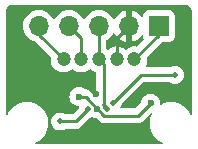
<source format=gbr>
%TF.GenerationSoftware,KiCad,Pcbnew,8.0.6-8.0.6-0~ubuntu24.04.1*%
%TF.CreationDate,2024-11-07T20:05:32-08:00*%
%TF.ProjectId,uSlime_BNO085_Module,75536c69-6d65-45f4-924e-4f3038355f4d,rev?*%
%TF.SameCoordinates,Original*%
%TF.FileFunction,Copper,L2,Bot*%
%TF.FilePolarity,Positive*%
%FSLAX46Y46*%
G04 Gerber Fmt 4.6, Leading zero omitted, Abs format (unit mm)*
G04 Created by KiCad (PCBNEW 8.0.6-8.0.6-0~ubuntu24.04.1) date 2024-11-07 20:05:32*
%MOMM*%
%LPD*%
G01*
G04 APERTURE LIST*
%TA.AperFunction,ComponentPad*%
%ADD10R,1.700000X1.700000*%
%TD*%
%TA.AperFunction,ComponentPad*%
%ADD11O,1.700000X1.700000*%
%TD*%
%TA.AperFunction,ComponentPad*%
%ADD12C,1.200000*%
%TD*%
%TA.AperFunction,ViaPad*%
%ADD13C,0.600000*%
%TD*%
%TA.AperFunction,ViaPad*%
%ADD14C,0.500000*%
%TD*%
%TA.AperFunction,Conductor*%
%ADD15C,0.254000*%
%TD*%
G04 APERTURE END LIST*
D10*
%TO.P,J1,1,Pin_1*%
%TO.N,BNO_SCL*%
X13425000Y-2300000D03*
D11*
%TO.P,J1,2,Pin_2*%
%TO.N,GND*%
X10885000Y-2300000D03*
%TO.P,J1,3,Pin_3*%
%TO.N,BNO_INT2*%
X8345000Y-2300000D03*
%TO.P,J1,4,Pin_4*%
%TO.N,+3.3V*%
X5805000Y-2300000D03*
%TO.P,J1,5,Pin_5*%
%TO.N,BNO_SDA*%
X3265000Y-2300000D03*
%TD*%
D12*
%TO.P,CN1,1,1*%
%TO.N,BNO_SCL*%
X11355000Y-5150000D03*
%TO.P,CN1,2,2*%
%TO.N,GND*%
X9855000Y-5150000D03*
%TO.P,CN1,3,3*%
%TO.N,BNO_INT2*%
X8355000Y-5150000D03*
%TO.P,CN1,4,4*%
%TO.N,+3.3V*%
X6855000Y-5150000D03*
%TO.P,CN1,5,5*%
%TO.N,BNO_SDA*%
X5355000Y-5150000D03*
%TD*%
D13*
%TO.N,GND*%
X8102600Y-8050000D03*
X5400000Y-6450000D03*
%TO.N,+3.3V*%
X12718845Y-8857751D03*
X6646972Y-8301535D03*
X8222180Y-9338431D03*
D14*
%TO.N,BNO_INT2*%
X9049182Y-9318268D03*
%TO.N,Net-(JP1-C)*%
X14800000Y-6450000D03*
X9523070Y-8803070D03*
%TO.N,Net-(U1-CAP)*%
X7420429Y-9361676D03*
X5050000Y-10400000D03*
%TD*%
D15*
%TO.N,GND*%
X9855000Y-5150000D02*
X9855000Y-3330000D01*
X9855000Y-3330000D02*
X10885000Y-2300000D01*
%TO.N,BNO_SCL*%
X13425000Y-3080000D02*
X13425000Y-2300000D01*
X11355000Y-5150000D02*
X13425000Y-3080000D01*
%TO.N,BNO_SDA*%
X5355000Y-5150000D02*
X3265000Y-3060000D01*
X3265000Y-3060000D02*
X3265000Y-2300000D01*
%TO.N,+3.3V*%
X6855000Y-3350000D02*
X5805000Y-2300000D01*
X8810180Y-9895268D02*
X11681328Y-9895268D01*
X7216447Y-8301535D02*
X8810180Y-9895268D01*
X6646972Y-8301535D02*
X7216447Y-8301535D01*
X11681328Y-9895268D02*
X12718845Y-8857751D01*
X6855000Y-5150000D02*
X6855000Y-3350000D01*
%TO.N,BNO_INT2*%
X8355000Y-5150000D02*
X8355000Y-2310000D01*
X8355000Y-2310000D02*
X8345000Y-2300000D01*
X9049182Y-9299182D02*
X8750000Y-9000000D01*
X8750000Y-5545000D02*
X8355000Y-5150000D01*
X9049182Y-9318268D02*
X9049182Y-9299182D01*
X8750000Y-9000000D02*
X8750000Y-5545000D01*
%TO.N,Net-(JP1-C)*%
X11876140Y-6450000D02*
X14800000Y-6450000D01*
X9523070Y-8803070D02*
X11876140Y-6450000D01*
%TO.N,Net-(U1-CAP)*%
X7420429Y-9361676D02*
X6382105Y-10400000D01*
X6382105Y-10400000D02*
X5050000Y-10400000D01*
%TD*%
%TA.AperFunction,Conductor*%
%TO.N,GND*%
G36*
X15630632Y-507573D02*
G01*
X15631149Y-507607D01*
X15634100Y-507607D01*
X15634104Y-507608D01*
X15697245Y-507607D01*
X15702732Y-507915D01*
X15742477Y-512393D01*
X15805661Y-519512D01*
X15816357Y-521953D01*
X15911507Y-555247D01*
X15921392Y-560007D01*
X16000120Y-609475D01*
X16006754Y-613643D01*
X16015333Y-620485D01*
X16086614Y-691766D01*
X16093456Y-700345D01*
X16147092Y-785707D01*
X16151852Y-795593D01*
X16185145Y-890741D01*
X16187587Y-901438D01*
X16199184Y-1004368D01*
X16199492Y-1009854D01*
X16199492Y-1075991D01*
X16199493Y-1076008D01*
X16199497Y-9822389D01*
X16185145Y-9857037D01*
X16150497Y-9871389D01*
X16115849Y-9857037D01*
X16105227Y-9841140D01*
X16068284Y-9751951D01*
X15950273Y-9547550D01*
X15950270Y-9547546D01*
X15950264Y-9547537D01*
X15806596Y-9360306D01*
X15806586Y-9360294D01*
X15639705Y-9193413D01*
X15639693Y-9193403D01*
X15452462Y-9049735D01*
X15452447Y-9049725D01*
X15248050Y-8931716D01*
X15029996Y-8841395D01*
X15029986Y-8841391D01*
X14802025Y-8780309D01*
X14802018Y-8780308D01*
X14802014Y-8780307D01*
X14568011Y-8749500D01*
X14331989Y-8749500D01*
X14097986Y-8780307D01*
X14097982Y-8780307D01*
X14097974Y-8780309D01*
X13870013Y-8841391D01*
X13870003Y-8841395D01*
X13697108Y-8913011D01*
X13652833Y-8931351D01*
X13651949Y-8931717D01*
X13590680Y-8967090D01*
X13553498Y-8971984D01*
X13523745Y-8949153D01*
X13517489Y-8919169D01*
X13524410Y-8857751D01*
X13504213Y-8678496D01*
X13444634Y-8508229D01*
X13444633Y-8508228D01*
X13444632Y-8508224D01*
X13348662Y-8355491D01*
X13348661Y-8355489D01*
X13221107Y-8227935D01*
X13179630Y-8201873D01*
X13068371Y-8131963D01*
X12898103Y-8072384D01*
X12898102Y-8072383D01*
X12898100Y-8072383D01*
X12898096Y-8072382D01*
X12898094Y-8072382D01*
X12718845Y-8052186D01*
X12539595Y-8072382D01*
X12539586Y-8072384D01*
X12369318Y-8131963D01*
X12216585Y-8227933D01*
X12216581Y-8227936D01*
X12089030Y-8355487D01*
X12089027Y-8355491D01*
X11993057Y-8508224D01*
X11933478Y-8678492D01*
X11933476Y-8678501D01*
X11925592Y-8748466D01*
X11911548Y-8777627D01*
X11435761Y-9253416D01*
X11401113Y-9267768D01*
X10206097Y-9267768D01*
X10171449Y-9253416D01*
X10157097Y-9218768D01*
X10164608Y-9192698D01*
X10203524Y-9130764D01*
X10203524Y-9130762D01*
X10203526Y-9130760D01*
X10259383Y-8971129D01*
X10259615Y-8969067D01*
X10273658Y-8939899D01*
X12121707Y-7091852D01*
X12156355Y-7077500D01*
X14373914Y-7077500D01*
X14399984Y-7085011D01*
X14472305Y-7130454D01*
X14472309Y-7130455D01*
X14472310Y-7130456D01*
X14631941Y-7186313D01*
X14800000Y-7205249D01*
X14968059Y-7186313D01*
X15127690Y-7130456D01*
X15270890Y-7040477D01*
X15390477Y-6920890D01*
X15480456Y-6777690D01*
X15536313Y-6618059D01*
X15555249Y-6450000D01*
X15536313Y-6281941D01*
X15480456Y-6122310D01*
X15390477Y-5979110D01*
X15270890Y-5859523D01*
X15127690Y-5769544D01*
X14968059Y-5713687D01*
X14968055Y-5713686D01*
X14968053Y-5713686D01*
X14800000Y-5694751D01*
X14631946Y-5713686D01*
X14631937Y-5713688D01*
X14472305Y-5769545D01*
X14399984Y-5814989D01*
X14373914Y-5822500D01*
X12324600Y-5822500D01*
X12289952Y-5808148D01*
X12275600Y-5773500D01*
X12285498Y-5743970D01*
X12294673Y-5731821D01*
X12385582Y-5549250D01*
X12441397Y-5353083D01*
X12460215Y-5150000D01*
X12443867Y-4973575D01*
X12454961Y-4937751D01*
X12457999Y-4934418D01*
X13727567Y-3664851D01*
X13762215Y-3650499D01*
X14322878Y-3650499D01*
X14382478Y-3644092D01*
X14382479Y-3644091D01*
X14382483Y-3644091D01*
X14517331Y-3593796D01*
X14632546Y-3507546D01*
X14718796Y-3392331D01*
X14769091Y-3257483D01*
X14769091Y-3257481D01*
X14769092Y-3257479D01*
X14775499Y-3197879D01*
X14775500Y-3197873D01*
X14775499Y-1402128D01*
X14775499Y-1402127D01*
X14775499Y-1402120D01*
X14769092Y-1342521D01*
X14739017Y-1261885D01*
X14718796Y-1207669D01*
X14632546Y-1092454D01*
X14544534Y-1026568D01*
X14517333Y-1006205D01*
X14517331Y-1006204D01*
X14472381Y-989439D01*
X14382479Y-955907D01*
X14322879Y-949500D01*
X12527120Y-949500D01*
X12467521Y-955907D01*
X12332666Y-1006205D01*
X12217454Y-1092454D01*
X12131205Y-1207666D01*
X12080907Y-1342520D01*
X12074500Y-1402120D01*
X12074500Y-1489721D01*
X12060148Y-1524369D01*
X12025500Y-1538721D01*
X11990852Y-1524369D01*
X11985362Y-1517826D01*
X11923114Y-1428927D01*
X11923108Y-1428920D01*
X11756079Y-1261891D01*
X11756072Y-1261885D01*
X11562589Y-1126405D01*
X11562577Y-1126398D01*
X11348488Y-1026568D01*
X11348483Y-1026566D01*
X11135000Y-969363D01*
X11135000Y-1866988D01*
X11077993Y-1834075D01*
X10950826Y-1800000D01*
X10819174Y-1800000D01*
X10692007Y-1834075D01*
X10635000Y-1866988D01*
X10635000Y-969363D01*
X10634999Y-969363D01*
X10421516Y-1026566D01*
X10421511Y-1026567D01*
X10207423Y-1126398D01*
X10207411Y-1126405D01*
X10013927Y-1261885D01*
X10013920Y-1261891D01*
X9846891Y-1428920D01*
X9846885Y-1428927D01*
X9711405Y-1622411D01*
X9711398Y-1622423D01*
X9659685Y-1733324D01*
X9632035Y-1758661D01*
X9594568Y-1757025D01*
X9570867Y-1733324D01*
X9519036Y-1622172D01*
X9519028Y-1622160D01*
X9383499Y-1428604D01*
X9383493Y-1428597D01*
X9216402Y-1261506D01*
X9216395Y-1261500D01*
X9022840Y-1125970D01*
X9022828Y-1125963D01*
X8808660Y-1026095D01*
X8808655Y-1026094D01*
X8580416Y-964938D01*
X8580410Y-964937D01*
X8345000Y-944341D01*
X8109589Y-964937D01*
X8109583Y-964938D01*
X7881344Y-1026094D01*
X7881339Y-1026095D01*
X7667172Y-1125963D01*
X7667160Y-1125971D01*
X7473604Y-1261500D01*
X7473597Y-1261506D01*
X7306506Y-1428597D01*
X7306500Y-1428604D01*
X7170971Y-1622160D01*
X7170963Y-1622172D01*
X7119409Y-1732732D01*
X7091759Y-1758069D01*
X7054292Y-1756433D01*
X7030591Y-1732732D01*
X6979036Y-1622172D01*
X6979028Y-1622160D01*
X6843499Y-1428604D01*
X6843493Y-1428597D01*
X6676402Y-1261506D01*
X6676395Y-1261500D01*
X6482840Y-1125970D01*
X6482828Y-1125963D01*
X6268660Y-1026095D01*
X6268655Y-1026094D01*
X6040416Y-964938D01*
X6040410Y-964937D01*
X5805000Y-944341D01*
X5569589Y-964937D01*
X5569583Y-964938D01*
X5341344Y-1026094D01*
X5341339Y-1026095D01*
X5127172Y-1125963D01*
X5127160Y-1125971D01*
X4933604Y-1261500D01*
X4933597Y-1261506D01*
X4766506Y-1428597D01*
X4766500Y-1428604D01*
X4630971Y-1622160D01*
X4630963Y-1622172D01*
X4579409Y-1732732D01*
X4551759Y-1758069D01*
X4514292Y-1756433D01*
X4490591Y-1732732D01*
X4439036Y-1622172D01*
X4439028Y-1622160D01*
X4303499Y-1428604D01*
X4303493Y-1428597D01*
X4136402Y-1261506D01*
X4136395Y-1261500D01*
X3942840Y-1125970D01*
X3942828Y-1125963D01*
X3728660Y-1026095D01*
X3728655Y-1026094D01*
X3500416Y-964938D01*
X3500410Y-964937D01*
X3265000Y-944341D01*
X3029589Y-964937D01*
X3029583Y-964938D01*
X2801344Y-1026094D01*
X2801339Y-1026095D01*
X2587172Y-1125963D01*
X2587160Y-1125971D01*
X2393604Y-1261500D01*
X2393597Y-1261506D01*
X2226506Y-1428597D01*
X2226500Y-1428604D01*
X2090971Y-1622160D01*
X2090963Y-1622172D01*
X1991095Y-1836339D01*
X1991094Y-1836344D01*
X1929938Y-2064583D01*
X1929937Y-2064589D01*
X1909341Y-2300000D01*
X1929937Y-2535410D01*
X1929938Y-2535416D01*
X1991094Y-2763655D01*
X1991095Y-2763660D01*
X2090963Y-2977828D01*
X2090970Y-2977840D01*
X2226500Y-3171395D01*
X2226506Y-3171402D01*
X2393597Y-3338493D01*
X2393604Y-3338499D01*
X2587159Y-3474029D01*
X2587171Y-3474036D01*
X2627499Y-3492841D01*
X2801337Y-3573903D01*
X2801339Y-3573903D01*
X2801342Y-3573905D01*
X2911797Y-3603500D01*
X2933763Y-3616182D01*
X4251988Y-4934407D01*
X4266340Y-4969055D01*
X4266131Y-4973576D01*
X4249785Y-5149999D01*
X4268602Y-5353079D01*
X4268603Y-5353085D01*
X4324417Y-5549248D01*
X4324420Y-5549255D01*
X4415325Y-5731818D01*
X4415326Y-5731820D01*
X4415327Y-5731821D01*
X4443814Y-5769544D01*
X4538233Y-5894576D01*
X4538236Y-5894579D01*
X4688954Y-6031977D01*
X4688955Y-6031978D01*
X4688959Y-6031981D01*
X4862363Y-6139348D01*
X5052544Y-6213024D01*
X5253024Y-6250500D01*
X5253026Y-6250500D01*
X5456974Y-6250500D01*
X5456976Y-6250500D01*
X5657456Y-6213024D01*
X5847637Y-6139348D01*
X6021041Y-6031981D01*
X6071990Y-5985534D01*
X6107262Y-5972798D01*
X6138008Y-5985533D01*
X6188959Y-6031981D01*
X6362363Y-6139348D01*
X6552544Y-6213024D01*
X6753024Y-6250500D01*
X6753026Y-6250500D01*
X6956974Y-6250500D01*
X6956976Y-6250500D01*
X7157456Y-6213024D01*
X7347637Y-6139348D01*
X7521041Y-6031981D01*
X7571990Y-5985534D01*
X7607262Y-5972798D01*
X7638008Y-5985533D01*
X7688959Y-6031981D01*
X7862363Y-6139348D01*
X7862366Y-6139349D01*
X8052543Y-6213024D01*
X8082503Y-6218624D01*
X8113924Y-6239098D01*
X8122500Y-6266790D01*
X8122500Y-8201873D01*
X8108148Y-8236521D01*
X8073500Y-8250873D01*
X8038852Y-8236521D01*
X7616454Y-7814123D01*
X7605342Y-7806698D01*
X7594229Y-7799273D01*
X7513680Y-7745452D01*
X7513677Y-7745450D01*
X7513676Y-7745450D01*
X7480231Y-7731597D01*
X7399485Y-7698150D01*
X7399479Y-7698148D01*
X7350589Y-7688423D01*
X7278250Y-7674035D01*
X7278247Y-7674035D01*
X7167036Y-7674035D01*
X7140966Y-7666524D01*
X6996498Y-7575747D01*
X6826230Y-7516168D01*
X6826229Y-7516167D01*
X6826227Y-7516167D01*
X6826223Y-7516166D01*
X6826221Y-7516166D01*
X6646972Y-7495970D01*
X6467722Y-7516166D01*
X6467713Y-7516168D01*
X6297445Y-7575747D01*
X6144712Y-7671717D01*
X6144708Y-7671720D01*
X6017157Y-7799271D01*
X6017154Y-7799275D01*
X5921184Y-7952008D01*
X5861605Y-8122276D01*
X5861603Y-8122285D01*
X5841407Y-8301535D01*
X5861603Y-8480784D01*
X5861605Y-8480793D01*
X5921184Y-8651061D01*
X5993094Y-8765503D01*
X6017156Y-8803797D01*
X6144710Y-8931351D01*
X6172747Y-8948967D01*
X6297445Y-9027322D01*
X6297449Y-9027323D01*
X6297450Y-9027324D01*
X6467717Y-9086903D01*
X6646972Y-9107100D01*
X6649706Y-9107408D01*
X6649544Y-9108845D01*
X6679979Y-9121452D01*
X6694331Y-9156100D01*
X6691581Y-9172284D01*
X6684117Y-9193613D01*
X6684114Y-9193626D01*
X6683881Y-9195694D01*
X6669838Y-9224846D01*
X6136538Y-9758148D01*
X6101890Y-9772500D01*
X5476086Y-9772500D01*
X5450016Y-9764989D01*
X5377694Y-9719545D01*
X5218062Y-9663688D01*
X5218061Y-9663687D01*
X5218059Y-9663687D01*
X5218055Y-9663686D01*
X5218053Y-9663686D01*
X5050000Y-9644751D01*
X4881946Y-9663686D01*
X4881937Y-9663688D01*
X4722310Y-9719544D01*
X4722308Y-9719545D01*
X4579112Y-9809521D01*
X4579108Y-9809524D01*
X4459524Y-9929108D01*
X4459521Y-9929112D01*
X4369545Y-10072308D01*
X4369544Y-10072310D01*
X4313688Y-10231937D01*
X4313686Y-10231946D01*
X4294751Y-10400000D01*
X4305866Y-10498652D01*
X4313687Y-10568059D01*
X4369544Y-10727690D01*
X4459523Y-10870890D01*
X4579110Y-10990477D01*
X4722310Y-11080456D01*
X4881941Y-11136313D01*
X5050000Y-11155249D01*
X5218059Y-11136313D01*
X5377690Y-11080456D01*
X5377692Y-11080454D01*
X5377694Y-11080454D01*
X5450016Y-11035011D01*
X5476086Y-11027500D01*
X6443905Y-11027500D01*
X6443908Y-11027500D01*
X6565140Y-11003386D01*
X6645887Y-10969938D01*
X6645888Y-10969938D01*
X6658244Y-10964819D01*
X6679338Y-10956083D01*
X6782113Y-10887411D01*
X6869516Y-10800008D01*
X7557258Y-10112264D01*
X7586426Y-10098221D01*
X7588488Y-10097989D01*
X7748119Y-10042132D01*
X7766742Y-10030429D01*
X7803713Y-10024147D01*
X7818881Y-10030430D01*
X7872653Y-10064218D01*
X7872657Y-10064219D01*
X7872658Y-10064220D01*
X8042925Y-10123799D01*
X8148014Y-10135639D01*
X8177176Y-10149683D01*
X8322769Y-10295276D01*
X8410172Y-10382679D01*
X8512947Y-10451351D01*
X8538181Y-10461803D01*
X8627146Y-10498654D01*
X8748377Y-10522768D01*
X8748380Y-10522768D01*
X11743128Y-10522768D01*
X11743131Y-10522768D01*
X11864363Y-10498654D01*
X11953327Y-10461803D01*
X11978561Y-10451351D01*
X12081336Y-10382679D01*
X12168739Y-10295276D01*
X12742136Y-9721877D01*
X12776784Y-9707526D01*
X12811432Y-9721878D01*
X12825784Y-9756526D01*
X12822054Y-9775276D01*
X12794773Y-9841140D01*
X12741395Y-9970003D01*
X12741391Y-9970013D01*
X12680309Y-10197974D01*
X12680307Y-10197982D01*
X12680307Y-10197986D01*
X12649500Y-10431989D01*
X12649500Y-10668011D01*
X12680307Y-10902014D01*
X12680308Y-10902018D01*
X12680309Y-10902025D01*
X12741391Y-11129986D01*
X12741395Y-11129996D01*
X12831716Y-11348050D01*
X12949725Y-11552447D01*
X12949735Y-11552462D01*
X13093403Y-11739693D01*
X13093413Y-11739705D01*
X13260294Y-11906586D01*
X13260306Y-11906596D01*
X13447537Y-12050264D01*
X13447552Y-12050274D01*
X13651949Y-12168283D01*
X13741146Y-12205230D01*
X13767664Y-12231749D01*
X13767664Y-12269252D01*
X13741145Y-12295770D01*
X13722394Y-12299500D01*
X2977606Y-12299500D01*
X2942958Y-12285148D01*
X2928606Y-12250500D01*
X2942958Y-12215852D01*
X2958854Y-12205230D01*
X2974028Y-12198944D01*
X3048049Y-12168284D01*
X3252450Y-12050273D01*
X3439699Y-11906592D01*
X3606592Y-11739699D01*
X3750273Y-11552450D01*
X3868284Y-11348049D01*
X3958606Y-11129993D01*
X3971880Y-11080456D01*
X4019690Y-10902025D01*
X4019689Y-10902025D01*
X4019693Y-10902014D01*
X4050500Y-10668011D01*
X4050500Y-10431989D01*
X4019693Y-10197986D01*
X3996724Y-10112265D01*
X3958608Y-9970013D01*
X3958604Y-9970003D01*
X3941666Y-9929112D01*
X3868284Y-9751951D01*
X3750273Y-9547550D01*
X3750270Y-9547546D01*
X3750264Y-9547537D01*
X3606596Y-9360306D01*
X3606586Y-9360294D01*
X3439705Y-9193413D01*
X3439693Y-9193403D01*
X3252462Y-9049735D01*
X3252447Y-9049725D01*
X3048050Y-8931716D01*
X2829996Y-8841395D01*
X2829986Y-8841391D01*
X2602025Y-8780309D01*
X2602018Y-8780308D01*
X2602014Y-8780307D01*
X2368011Y-8749500D01*
X2131989Y-8749500D01*
X1897986Y-8780307D01*
X1897982Y-8780307D01*
X1897974Y-8780309D01*
X1670013Y-8841391D01*
X1670003Y-8841395D01*
X1451949Y-8931716D01*
X1247552Y-9049725D01*
X1247537Y-9049735D01*
X1060306Y-9193403D01*
X1060294Y-9193413D01*
X893413Y-9360294D01*
X893403Y-9360306D01*
X749735Y-9547537D01*
X749725Y-9547552D01*
X631716Y-9751949D01*
X594770Y-9841146D01*
X568251Y-9867664D01*
X530748Y-9867664D01*
X504230Y-9841145D01*
X500500Y-9822394D01*
X500500Y-1002752D01*
X500808Y-997266D01*
X506190Y-949500D01*
X512406Y-894332D01*
X514848Y-883637D01*
X548145Y-788477D01*
X552897Y-778610D01*
X606541Y-693235D01*
X613375Y-684666D01*
X684666Y-613375D01*
X693235Y-606541D01*
X778610Y-552897D01*
X788477Y-548145D01*
X883640Y-514847D01*
X894330Y-512406D01*
X997262Y-500808D01*
X1002758Y-500501D01*
X15630632Y-507573D01*
G37*
%TD.AperFunction*%
%TA.AperFunction,Conductor*%
G36*
X11135000Y-3630634D02*
G01*
X11348483Y-3573433D01*
X11348488Y-3573431D01*
X11562577Y-3473601D01*
X11562589Y-3473594D01*
X11756072Y-3338114D01*
X11756079Y-3338108D01*
X11923108Y-3171079D01*
X11985361Y-3082173D01*
X12016991Y-3062022D01*
X12053605Y-3070139D01*
X12073756Y-3101769D01*
X12074500Y-3110277D01*
X12074500Y-3197879D01*
X12080907Y-3257478D01*
X12080909Y-3257483D01*
X12111124Y-3338495D01*
X12131205Y-3392333D01*
X12146021Y-3412125D01*
X12155295Y-3448463D01*
X12141442Y-3476137D01*
X11568845Y-4048734D01*
X11534197Y-4063086D01*
X11525193Y-4062252D01*
X11456976Y-4049500D01*
X11253024Y-4049500D01*
X11052544Y-4086976D01*
X11052540Y-4086977D01*
X11052537Y-4086978D01*
X10862366Y-4160650D01*
X10688954Y-4268022D01*
X10637637Y-4314802D01*
X10602363Y-4327538D01*
X10571616Y-4314801D01*
X10520742Y-4268423D01*
X10347409Y-4161099D01*
X10157325Y-4087461D01*
X9956928Y-4050000D01*
X9753072Y-4050000D01*
X9552674Y-4087461D01*
X9362590Y-4161099D01*
X9189257Y-4268423D01*
X9138380Y-4314802D01*
X9103106Y-4327538D01*
X9072359Y-4314801D01*
X9021042Y-4268019D01*
X9021041Y-4268018D01*
X9005704Y-4258522D01*
X8983801Y-4228080D01*
X8982500Y-4216862D01*
X8982500Y-3524057D01*
X8996852Y-3489409D01*
X9010789Y-3479649D01*
X9022830Y-3474035D01*
X9022836Y-3474030D01*
X9022840Y-3474029D01*
X9216395Y-3338499D01*
X9216401Y-3338495D01*
X9383495Y-3171401D01*
X9432252Y-3101769D01*
X9519029Y-2977840D01*
X9519031Y-2977834D01*
X9519035Y-2977830D01*
X9570868Y-2866674D01*
X9598517Y-2841338D01*
X9635984Y-2842974D01*
X9659685Y-2866675D01*
X9711399Y-2977577D01*
X9711405Y-2977589D01*
X9846885Y-3171072D01*
X9846891Y-3171079D01*
X10013920Y-3338108D01*
X10013927Y-3338114D01*
X10207410Y-3473594D01*
X10207422Y-3473601D01*
X10421511Y-3573431D01*
X10421516Y-3573433D01*
X10635000Y-3630634D01*
X10635000Y-2733012D01*
X10692007Y-2765925D01*
X10819174Y-2800000D01*
X10950826Y-2800000D01*
X11077993Y-2765925D01*
X11135000Y-2733012D01*
X11135000Y-3630634D01*
G37*
%TD.AperFunction*%
%TD*%
%TA.AperFunction,Conductor*%
%TO.N,BNO_INT2*%
G36*
X8879640Y-8940745D02*
G01*
X8906226Y-8955436D01*
X9135715Y-9082248D01*
X9141298Y-9089249D01*
X9140872Y-9096950D01*
X9051043Y-9314754D01*
X9044721Y-9321096D01*
X9044664Y-9321119D01*
X8829024Y-9409506D01*
X8820070Y-9409473D01*
X8813766Y-9403130D01*
X8629642Y-8955435D01*
X8629665Y-8946481D01*
X8636013Y-8940165D01*
X8640463Y-8939286D01*
X8873981Y-8939286D01*
X8879640Y-8940745D01*
G37*
%TD.AperFunction*%
%TD*%
M02*

</source>
